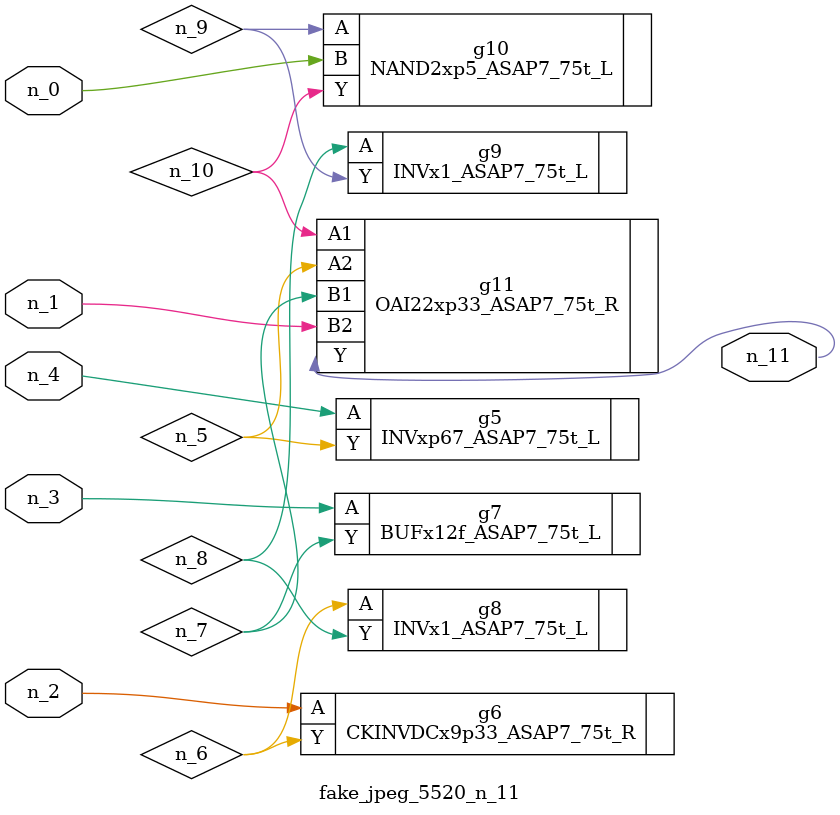
<source format=v>
module fake_jpeg_5520_n_11 (n_3, n_2, n_1, n_0, n_4, n_11);

input n_3;
input n_2;
input n_1;
input n_0;
input n_4;

output n_11;

wire n_10;
wire n_8;
wire n_9;
wire n_6;
wire n_5;
wire n_7;

INVxp67_ASAP7_75t_L g5 ( 
.A(n_4),
.Y(n_5)
);

CKINVDCx9p33_ASAP7_75t_R g6 ( 
.A(n_2),
.Y(n_6)
);

BUFx12f_ASAP7_75t_L g7 ( 
.A(n_3),
.Y(n_7)
);

INVx1_ASAP7_75t_L g8 ( 
.A(n_6),
.Y(n_8)
);

INVx1_ASAP7_75t_L g9 ( 
.A(n_8),
.Y(n_9)
);

NAND2xp5_ASAP7_75t_L g10 ( 
.A(n_9),
.B(n_0),
.Y(n_10)
);

OAI22xp33_ASAP7_75t_R g11 ( 
.A1(n_10),
.A2(n_5),
.B1(n_7),
.B2(n_1),
.Y(n_11)
);


endmodule
</source>
